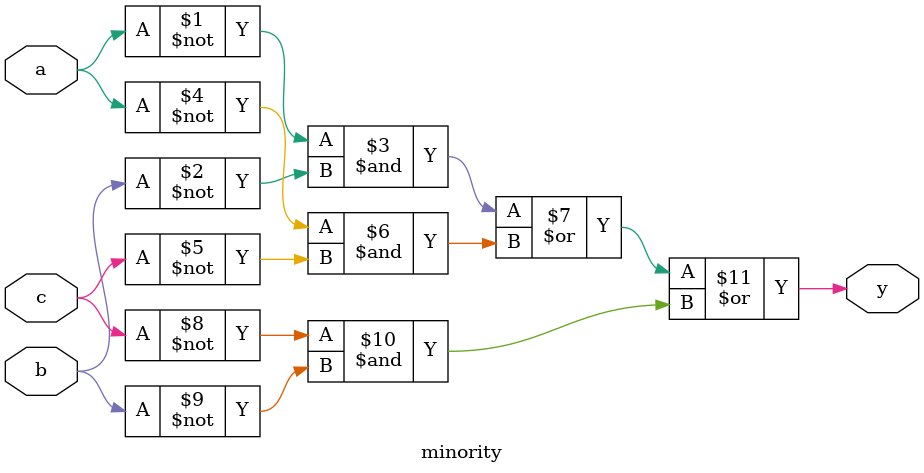
<source format=sv>
module minority(input logic a, b, c, 
           output logic       y);
  assign y = ~a & ~b | ~a & ~c | ~c & ~b;
endmodule

</source>
